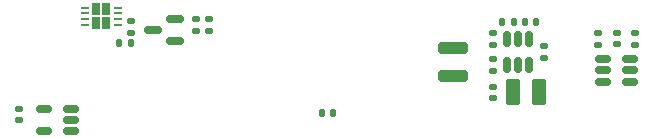
<source format=gbr>
%TF.GenerationSoftware,KiCad,Pcbnew,(6.99.0-4266-g9b4505c6d2)*%
%TF.CreationDate,2022-11-13T11:25:58+08:00*%
%TF.ProjectId,ESP_PD210,4553505f-5044-4323-9130-2e6b69636164,Bata1*%
%TF.SameCoordinates,Original*%
%TF.FileFunction,Paste,Bot*%
%TF.FilePolarity,Positive*%
%FSLAX46Y46*%
G04 Gerber Fmt 4.6, Leading zero omitted, Abs format (unit mm)*
G04 Created by KiCad (PCBNEW (6.99.0-4266-g9b4505c6d2)) date 2022-11-13 11:25:58*
%MOMM*%
%LPD*%
G01*
G04 APERTURE LIST*
G04 Aperture macros list*
%AMRoundRect*
0 Rectangle with rounded corners*
0 $1 Rounding radius*
0 $2 $3 $4 $5 $6 $7 $8 $9 X,Y pos of 4 corners*
0 Add a 4 corners polygon primitive as box body*
4,1,4,$2,$3,$4,$5,$6,$7,$8,$9,$2,$3,0*
0 Add four circle primitives for the rounded corners*
1,1,$1+$1,$2,$3*
1,1,$1+$1,$4,$5*
1,1,$1+$1,$6,$7*
1,1,$1+$1,$8,$9*
0 Add four rect primitives between the rounded corners*
20,1,$1+$1,$2,$3,$4,$5,0*
20,1,$1+$1,$4,$5,$6,$7,0*
20,1,$1+$1,$6,$7,$8,$9,0*
20,1,$1+$1,$8,$9,$2,$3,0*%
G04 Aperture macros list end*
%ADD10RoundRect,0.140000X0.170000X-0.140000X0.170000X0.140000X-0.170000X0.140000X-0.170000X-0.140000X0*%
%ADD11RoundRect,0.135000X0.185000X-0.135000X0.185000X0.135000X-0.185000X0.135000X-0.185000X-0.135000X0*%
%ADD12RoundRect,0.250000X-0.375000X-0.850000X0.375000X-0.850000X0.375000X0.850000X-0.375000X0.850000X0*%
%ADD13RoundRect,0.150000X0.512500X0.150000X-0.512500X0.150000X-0.512500X-0.150000X0.512500X-0.150000X0*%
%ADD14R,0.640000X1.000000*%
%ADD15RoundRect,0.062500X0.287500X0.062500X-0.287500X0.062500X-0.287500X-0.062500X0.287500X-0.062500X0*%
%ADD16RoundRect,0.135000X0.135000X0.185000X-0.135000X0.185000X-0.135000X-0.185000X0.135000X-0.185000X0*%
%ADD17RoundRect,0.140000X-0.170000X0.140000X-0.170000X-0.140000X0.170000X-0.140000X0.170000X0.140000X0*%
%ADD18RoundRect,0.150000X0.150000X-0.512500X0.150000X0.512500X-0.150000X0.512500X-0.150000X-0.512500X0*%
%ADD19RoundRect,0.150000X0.587500X0.150000X-0.587500X0.150000X-0.587500X-0.150000X0.587500X-0.150000X0*%
%ADD20RoundRect,0.140000X0.140000X0.170000X-0.140000X0.170000X-0.140000X-0.170000X0.140000X-0.170000X0*%
%ADD21RoundRect,0.250000X-1.000000X0.250000X-1.000000X-0.250000X1.000000X-0.250000X1.000000X0.250000X0*%
%ADD22RoundRect,0.135000X-0.185000X0.135000X-0.185000X-0.135000X0.185000X-0.135000X0.185000X0.135000X0*%
%ADD23RoundRect,0.140000X-0.140000X-0.170000X0.140000X-0.170000X0.140000X0.170000X-0.140000X0.170000X0*%
G04 APERTURE END LIST*
D10*
%TO.C,C19*%
X192392225Y-103204642D03*
X192392225Y-102244642D03*
%TD*%
D11*
%TO.C,R15*%
X190812225Y-103234642D03*
X190812225Y-102214642D03*
%TD*%
D12*
%TO.C,L3*%
X183643026Y-107266606D03*
X185793026Y-107266606D03*
%TD*%
D13*
%TO.C,U5*%
X193530525Y-104474642D03*
X193530525Y-105424642D03*
X193530525Y-106374642D03*
X191255525Y-106374642D03*
X191255525Y-105424642D03*
X191255525Y-104474642D03*
%TD*%
D11*
%TO.C,R7*%
X156793025Y-102056606D03*
X156793025Y-101036606D03*
%TD*%
D13*
%TO.C,U3*%
X146180525Y-108666606D03*
X146180525Y-109616606D03*
X146180525Y-110566606D03*
X143905525Y-110566606D03*
X143905525Y-108666606D03*
%TD*%
D14*
%TO.C,Q2*%
X149173024Y-101446605D03*
X149173024Y-100256605D03*
X148343024Y-101446605D03*
X148343024Y-100256605D03*
D15*
X150158025Y-100101606D03*
X150158025Y-100601606D03*
X150158025Y-101101606D03*
X150158025Y-101601606D03*
X147358025Y-101601606D03*
X147358025Y-101101606D03*
X147358025Y-100601606D03*
X147358025Y-100101606D03*
%TD*%
D16*
%TO.C,R4*%
X151323025Y-103136606D03*
X150303025Y-103136606D03*
%TD*%
D17*
%TO.C,C21*%
X186243025Y-103386606D03*
X186243025Y-104346606D03*
%TD*%
D11*
%TO.C,R11*%
X181902640Y-103256606D03*
X181902640Y-102236606D03*
%TD*%
%TO.C,R6*%
X157873025Y-102056606D03*
X157873025Y-101036606D03*
%TD*%
D18*
%TO.C,U4*%
X185023026Y-105004106D03*
X184073026Y-105004106D03*
X183123026Y-105004106D03*
X183123026Y-102729106D03*
X184073026Y-102729106D03*
X185023026Y-102729106D03*
%TD*%
D19*
%TO.C,Q1*%
X155040525Y-101036606D03*
X155040525Y-102936606D03*
X153165525Y-101986606D03*
%TD*%
D10*
%TO.C,C20*%
X181923026Y-107756606D03*
X181923026Y-106796606D03*
%TD*%
D17*
%TO.C,C24*%
X141823025Y-108666603D03*
X141823025Y-109626603D03*
%TD*%
D20*
%TO.C,C25*%
X168413029Y-109016603D03*
X167453029Y-109016603D03*
%TD*%
D21*
%TO.C,SW2*%
X178573025Y-103556606D03*
X178573025Y-105906606D03*
%TD*%
D22*
%TO.C,R3*%
X151273025Y-101216606D03*
X151273025Y-102236606D03*
%TD*%
D16*
%TO.C,R16*%
X183703026Y-101316606D03*
X182683026Y-101316606D03*
%TD*%
D23*
%TO.C,C18*%
X184603026Y-101316606D03*
X185563026Y-101316606D03*
%TD*%
D11*
%TO.C,R17*%
X193972225Y-103234642D03*
X193972225Y-102214642D03*
%TD*%
%TO.C,R12*%
X181902640Y-105496606D03*
X181902640Y-104476606D03*
%TD*%
M02*

</source>
